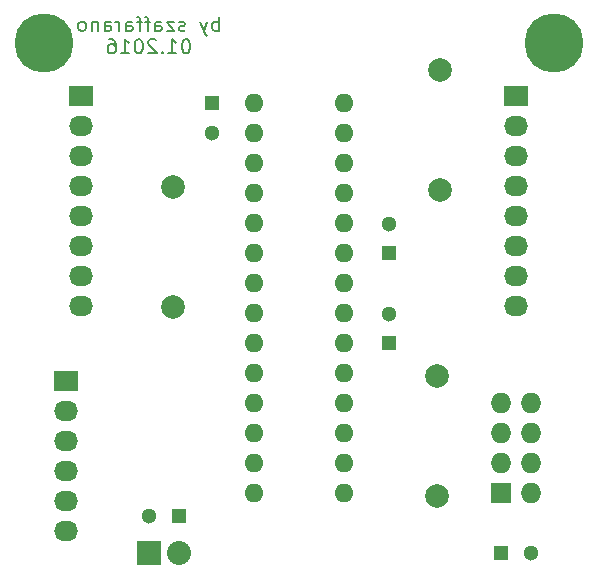
<source format=gbs>
G04 #@! TF.FileFunction,Soldermask,Bot*
%FSLAX46Y46*%
G04 Gerber Fmt 4.6, Leading zero omitted, Abs format (unit mm)*
G04 Created by KiCad (PCBNEW 4.0.1-3.201512221401+6198~38~ubuntu15.10.1-stable) date lun 04 ene 2016 21:29:07 ART*
%MOMM*%
G01*
G04 APERTURE LIST*
%ADD10C,0.100000*%
%ADD11C,0.200000*%
%ADD12R,1.300000X1.300000*%
%ADD13C,1.300000*%
%ADD14C,1.998980*%
%ADD15O,1.600000X1.600000*%
%ADD16R,2.032000X1.727200*%
%ADD17O,2.032000X1.727200*%
%ADD18R,1.727200X1.727200*%
%ADD19O,1.727200X1.727200*%
%ADD20R,2.032000X2.032000*%
%ADD21O,2.032000X2.032000*%
%ADD22C,5.000000*%
G04 APERTURE END LIST*
D10*
D11*
X202764285Y-82787857D02*
X202764285Y-81587857D01*
X202764285Y-82045000D02*
X202649999Y-81987857D01*
X202421428Y-81987857D01*
X202307142Y-82045000D01*
X202249999Y-82102143D01*
X202192856Y-82216429D01*
X202192856Y-82559286D01*
X202249999Y-82673571D01*
X202307142Y-82730714D01*
X202421428Y-82787857D01*
X202649999Y-82787857D01*
X202764285Y-82730714D01*
X201792856Y-81987857D02*
X201507142Y-82787857D01*
X201221428Y-81987857D02*
X201507142Y-82787857D01*
X201621428Y-83073571D01*
X201678571Y-83130714D01*
X201792856Y-83187857D01*
X199907142Y-82730714D02*
X199792856Y-82787857D01*
X199564284Y-82787857D01*
X199449999Y-82730714D01*
X199392856Y-82616429D01*
X199392856Y-82559286D01*
X199449999Y-82445000D01*
X199564284Y-82387857D01*
X199735713Y-82387857D01*
X199849999Y-82330714D01*
X199907142Y-82216429D01*
X199907142Y-82159286D01*
X199849999Y-82045000D01*
X199735713Y-81987857D01*
X199564284Y-81987857D01*
X199449999Y-82045000D01*
X198992855Y-81987857D02*
X198364284Y-81987857D01*
X198992855Y-82787857D01*
X198364284Y-82787857D01*
X197392855Y-82787857D02*
X197392855Y-82159286D01*
X197449998Y-82045000D01*
X197564284Y-81987857D01*
X197792855Y-81987857D01*
X197907141Y-82045000D01*
X197392855Y-82730714D02*
X197507141Y-82787857D01*
X197792855Y-82787857D01*
X197907141Y-82730714D01*
X197964284Y-82616429D01*
X197964284Y-82502143D01*
X197907141Y-82387857D01*
X197792855Y-82330714D01*
X197507141Y-82330714D01*
X197392855Y-82273571D01*
X196992855Y-81987857D02*
X196535712Y-81987857D01*
X196821427Y-82787857D02*
X196821427Y-81759286D01*
X196764284Y-81645000D01*
X196649998Y-81587857D01*
X196535712Y-81587857D01*
X196307141Y-81987857D02*
X195849998Y-81987857D01*
X196135713Y-82787857D02*
X196135713Y-81759286D01*
X196078570Y-81645000D01*
X195964284Y-81587857D01*
X195849998Y-81587857D01*
X194935713Y-82787857D02*
X194935713Y-82159286D01*
X194992856Y-82045000D01*
X195107142Y-81987857D01*
X195335713Y-81987857D01*
X195449999Y-82045000D01*
X194935713Y-82730714D02*
X195049999Y-82787857D01*
X195335713Y-82787857D01*
X195449999Y-82730714D01*
X195507142Y-82616429D01*
X195507142Y-82502143D01*
X195449999Y-82387857D01*
X195335713Y-82330714D01*
X195049999Y-82330714D01*
X194935713Y-82273571D01*
X194364285Y-82787857D02*
X194364285Y-81987857D01*
X194364285Y-82216429D02*
X194307142Y-82102143D01*
X194249999Y-82045000D01*
X194135713Y-81987857D01*
X194021428Y-81987857D01*
X193107142Y-82787857D02*
X193107142Y-82159286D01*
X193164285Y-82045000D01*
X193278571Y-81987857D01*
X193507142Y-81987857D01*
X193621428Y-82045000D01*
X193107142Y-82730714D02*
X193221428Y-82787857D01*
X193507142Y-82787857D01*
X193621428Y-82730714D01*
X193678571Y-82616429D01*
X193678571Y-82502143D01*
X193621428Y-82387857D01*
X193507142Y-82330714D01*
X193221428Y-82330714D01*
X193107142Y-82273571D01*
X192535714Y-81987857D02*
X192535714Y-82787857D01*
X192535714Y-82102143D02*
X192478571Y-82045000D01*
X192364285Y-81987857D01*
X192192857Y-81987857D01*
X192078571Y-82045000D01*
X192021428Y-82159286D01*
X192021428Y-82787857D01*
X191278571Y-82787857D02*
X191392857Y-82730714D01*
X191450000Y-82673571D01*
X191507143Y-82559286D01*
X191507143Y-82216429D01*
X191450000Y-82102143D01*
X191392857Y-82045000D01*
X191278571Y-81987857D01*
X191107143Y-81987857D01*
X190992857Y-82045000D01*
X190935714Y-82102143D01*
X190878571Y-82216429D01*
X190878571Y-82559286D01*
X190935714Y-82673571D01*
X190992857Y-82730714D01*
X191107143Y-82787857D01*
X191278571Y-82787857D01*
X200049999Y-83467857D02*
X199935714Y-83467857D01*
X199821428Y-83525000D01*
X199764285Y-83582143D01*
X199707142Y-83696429D01*
X199649999Y-83925000D01*
X199649999Y-84210714D01*
X199707142Y-84439286D01*
X199764285Y-84553571D01*
X199821428Y-84610714D01*
X199935714Y-84667857D01*
X200049999Y-84667857D01*
X200164285Y-84610714D01*
X200221428Y-84553571D01*
X200278571Y-84439286D01*
X200335714Y-84210714D01*
X200335714Y-83925000D01*
X200278571Y-83696429D01*
X200221428Y-83582143D01*
X200164285Y-83525000D01*
X200049999Y-83467857D01*
X198507142Y-84667857D02*
X199192857Y-84667857D01*
X198849999Y-84667857D02*
X198849999Y-83467857D01*
X198964285Y-83639286D01*
X199078571Y-83753571D01*
X199192857Y-83810714D01*
X197992857Y-84553571D02*
X197935714Y-84610714D01*
X197992857Y-84667857D01*
X198050000Y-84610714D01*
X197992857Y-84553571D01*
X197992857Y-84667857D01*
X197478571Y-83582143D02*
X197421428Y-83525000D01*
X197307142Y-83467857D01*
X197021428Y-83467857D01*
X196907142Y-83525000D01*
X196849999Y-83582143D01*
X196792856Y-83696429D01*
X196792856Y-83810714D01*
X196849999Y-83982143D01*
X197535713Y-84667857D01*
X196792856Y-84667857D01*
X196049999Y-83467857D02*
X195935714Y-83467857D01*
X195821428Y-83525000D01*
X195764285Y-83582143D01*
X195707142Y-83696429D01*
X195649999Y-83925000D01*
X195649999Y-84210714D01*
X195707142Y-84439286D01*
X195764285Y-84553571D01*
X195821428Y-84610714D01*
X195935714Y-84667857D01*
X196049999Y-84667857D01*
X196164285Y-84610714D01*
X196221428Y-84553571D01*
X196278571Y-84439286D01*
X196335714Y-84210714D01*
X196335714Y-83925000D01*
X196278571Y-83696429D01*
X196221428Y-83582143D01*
X196164285Y-83525000D01*
X196049999Y-83467857D01*
X194507142Y-84667857D02*
X195192857Y-84667857D01*
X194849999Y-84667857D02*
X194849999Y-83467857D01*
X194964285Y-83639286D01*
X195078571Y-83753571D01*
X195192857Y-83810714D01*
X193478571Y-83467857D02*
X193707142Y-83467857D01*
X193821428Y-83525000D01*
X193878571Y-83582143D01*
X193992857Y-83753571D01*
X194050000Y-83982143D01*
X194050000Y-84439286D01*
X193992857Y-84553571D01*
X193935714Y-84610714D01*
X193821428Y-84667857D01*
X193592857Y-84667857D01*
X193478571Y-84610714D01*
X193421428Y-84553571D01*
X193364285Y-84439286D01*
X193364285Y-84153571D01*
X193421428Y-84039286D01*
X193478571Y-83982143D01*
X193592857Y-83925000D01*
X193821428Y-83925000D01*
X193935714Y-83982143D01*
X193992857Y-84039286D01*
X194050000Y-84153571D01*
D12*
X217170000Y-109220000D03*
D13*
X217170000Y-106720000D03*
D12*
X202184000Y-88900000D03*
D13*
X202184000Y-91400000D03*
D12*
X217170000Y-101600000D03*
D13*
X217170000Y-99100000D03*
D14*
X198882000Y-106172000D03*
X198882000Y-96012000D03*
X221488000Y-96266000D03*
X221488000Y-86106000D03*
X221234000Y-122174000D03*
X221234000Y-112014000D03*
D12*
X226695000Y-127000000D03*
D13*
X229195000Y-127000000D03*
D15*
X205740000Y-88900000D03*
X205740000Y-91440000D03*
X205740000Y-93980000D03*
X205740000Y-96520000D03*
X205740000Y-99060000D03*
X205740000Y-101600000D03*
X205740000Y-104140000D03*
X205740000Y-106680000D03*
X205740000Y-109220000D03*
X205740000Y-111760000D03*
X205740000Y-114300000D03*
X205740000Y-116840000D03*
X205740000Y-119380000D03*
X205740000Y-121920000D03*
X213360000Y-121920000D03*
X213360000Y-119380000D03*
X213360000Y-116840000D03*
X213360000Y-114300000D03*
X213360000Y-111760000D03*
X213360000Y-109220000D03*
X213360000Y-106680000D03*
X213360000Y-104140000D03*
X213360000Y-101600000D03*
X213360000Y-99060000D03*
X213360000Y-96520000D03*
X213360000Y-93980000D03*
X213360000Y-91440000D03*
X213360000Y-88900000D03*
D16*
X189865000Y-112395000D03*
D17*
X189865000Y-114935000D03*
X189865000Y-117475000D03*
X189865000Y-120015000D03*
X189865000Y-122555000D03*
X189865000Y-125095000D03*
D16*
X191135000Y-88265000D03*
D17*
X191135000Y-90805000D03*
X191135000Y-93345000D03*
X191135000Y-95885000D03*
X191135000Y-98425000D03*
X191135000Y-100965000D03*
X191135000Y-103505000D03*
X191135000Y-106045000D03*
D16*
X227965000Y-88265000D03*
D17*
X227965000Y-90805000D03*
X227965000Y-93345000D03*
X227965000Y-95885000D03*
X227965000Y-98425000D03*
X227965000Y-100965000D03*
X227965000Y-103505000D03*
X227965000Y-106045000D03*
D18*
X226695000Y-121920000D03*
D19*
X229235000Y-121920000D03*
X226695000Y-119380000D03*
X229235000Y-119380000D03*
X226695000Y-116840000D03*
X229235000Y-116840000D03*
X226695000Y-114300000D03*
X229235000Y-114300000D03*
D20*
X196850000Y-127000000D03*
D21*
X199390000Y-127000000D03*
D22*
X187960000Y-83820000D03*
X231140000Y-83820000D03*
D12*
X199390000Y-123825000D03*
D13*
X196890000Y-123825000D03*
M02*

</source>
